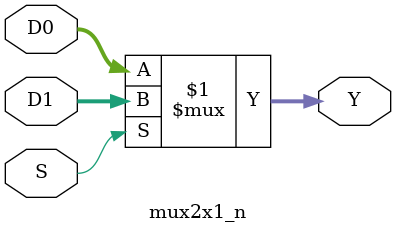
<source format=v>
module mux2x1_n #(
    parameter N = 4
) (
    input  [N-1:0] D0,
    input  [N-1:0] D1,
    input          S,
    output [N-1:0] Y
);
    assign Y = (S) ? D1 : D0;
endmodule

</source>
